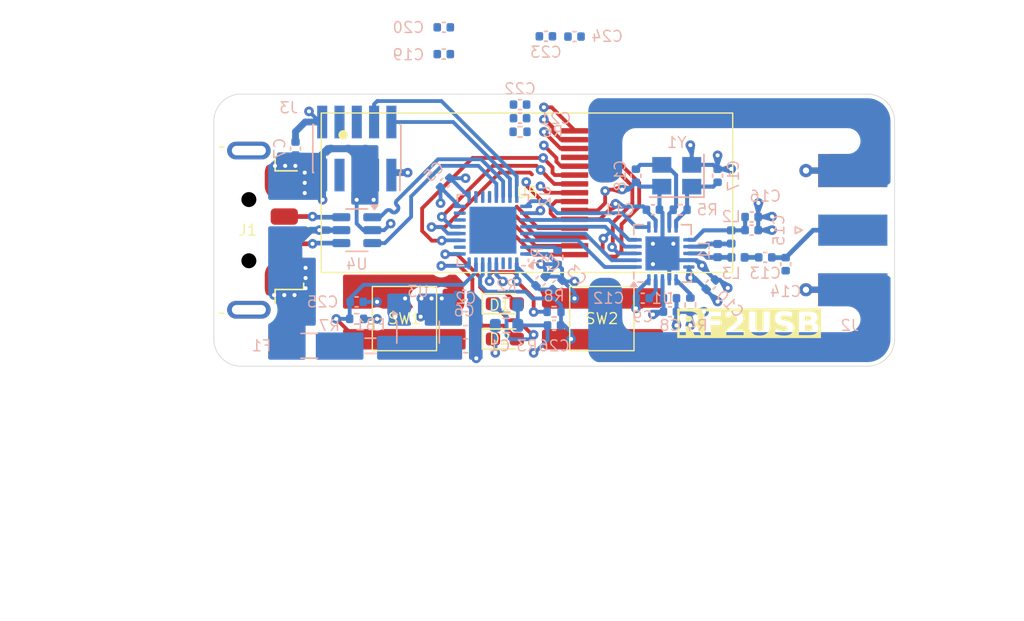
<source format=kicad_pcb>
(kicad_pcb (version 20241229) (generator "pcbnew") (generator_version "9.0")
  (layers (0 "F.Cu" signal) (4 "In1.Cu" signal) (6 "In2.Cu" signal) (2 "B.Cu" signal) (13 "F.Paste" user) (15 "B.Paste" user) (5 "F.SilkS" user "F.Silkscreen") (7 "B.SilkS" user "B.Silkscreen") (1 "F.Mask" user) (3 "B.Mask" user) (25 "Edge.Cuts" user))
  (net 0 "")
  (net 2 "/USB_A_D+")
  (net 3 "/USB_A_D-")
  (net 4 "/NRF_ANT")
  (net 5 "NRF_ANT1")
  (net 6 "Net-(U1-IREF)")
  (net 7 "NRF_VDD_PA")
  (net 8 "SPI3_~{CS}")
  (net 9 "NRF_XC1")
  (net 10 "NRF_XC2")
  (net 11 "NRF_ANT2")
  (net 12 "Net-(U1-DVDD)")
  (net 13 "OLED_DC")
  (net 14 "OLED_RES")
  (net 15 "OLED_CS")
  (net 17 "Net-(U5-VCOMH)")
  (net 19 "Net-(U5-C1N)")
  (net 22 "Net-(U5-VCC)")
  (net 23 "Net-(U5-C1P)")
  (net 24 "GND")
  (net 25 "+5V")
  (net 27 "/LED_RX")
  (net 28 "NRF_IRQ")
  (net 29 "+3V3")
  (net 30 "SWDIO")
  (net 31 "SPI3_MOSI")
  (net 32 "USB_D+")
  (net 33 "NRF_CE")
  (net 34 "SWCLK")
  (net 35 "Net-(U2-PH3)")
  (net 36 "/LED_TX")
  (net 38 "SPI3_MISO")
  (net 39 "SPI3_SCK")
  (net 40 "NRST")
  (net 42 "USB_D-")
  (net 43 "Net-(U3-VI)")
  (net 44 "Net-(U5-C2N)")
  (net 45 "Net-(U5-IREF)")
  (net 46 "Net-(U5-C2P)")
  (net 47 "BTN2_EXTI")
  (net 48 "BTN1_EXTI")
  (net 51 "Net-(C13-Pad1)")
  (net 52 "Net-(D1-K)")
  (net 53 "Net-(D2-K)")
  (net 54 "Net-(F1-Pad2)")
  (footprint "RF-to-USB:Display_Univision_UG-2832HSWEG04" (layer "F.Cu") (at 98.5 45.75)
    (property "Reference" "U5")
    (property "Value" "OLED Display")
  )
  (footprint "RF-to-USB:USB_A_Molex_48037-2200_Horizontal" (layer "F.Cu") (at 69.7 48.5 180)
    (property "Reference" "J1")
    (property "Value" "USB_A")
  )
  (footprint "RF-to-USB:Button_ESwitch_TL3305" (layer "F.Cu") (at 104 55)
    (property "Reference" "SW2")
    (property "Value" "BTN2")
  )
  (footprint "RF-to-USB:Button_ESwitch_TL3305" (layer "F.Cu") (at 89.5 55)
    (property "Reference" "SW1")
    (property "Value" "BTN1")
  )
  (footprint "LED_SMD:LED_0603_1608Metric_Pad1.05x0.95mm_HandSolder" (layer "F.Cu") (at 96.875 53.91)
    (property "Reference" "D1")
    (property "Value" "GR")
  )
  (footprint "LED_SMD:LED_0603_1608Metric_Pad1.05x0.95mm_HandSolder" (layer "F.Cu") (at 96.875 56.5)
    (property "Reference" "D2")
    (property "Value" "YE")
  )
  (footprint "Capacitor_SMD:C_0402_1005Metric" (layer "B.Cu") (at 107.75 47)
    (property "Reference" "C11")
    (property "Value" "10n")
  )
  (footprint "Inductor_SMD:L_0402_1005Metric" (layer "B.Cu") (at 114 50.5)
    (property "Reference" "L3")
    (property "Value" "3n9")
  )
  (footprint "Resistor_SMD:R_0603_1608Metric" (layer "B.Cu") (at 97 55.5 180)
    (property "Reference" "R3")
    (property "Value" "2k2")
  )
  (footprint "Package_TO_SOT_SMD:SOT-23-3" (layer "B.Cu") (at 90.5 56 -90)
    (property "Reference" "U3")
    (property "Value" "XC6206P332MR")
  )
  (footprint "Inductor_SMD:L_0402_1005Metric" (layer "B.Cu") (at 113.5 49 90)
    (property "Reference" "L2")
    (property "Value" "2n7")
  )
  (footprint "Capacitor_SMD:C_0402_1005Metric" (layer "B.Cu") (at 100.49 55.5 180)
    (property "Reference" "C26")
    (property "Value" "100n")
  )
  (footprint "Capacitor_SMD:C_0402_1005Metric" (layer "B.Cu") (at 109 54.5)
    (property "Reference" "C8")
    (property "Value" "10u")
  )
  (footprint "Resistor_SMD:R_0402_1005Metric" (layer "B.Cu") (at 100.75 50.5 90)
    (property "Reference" "R1")
    (property "Value" "10k")
  )
  (footprint "Connector_Coaxial:SMA_Molex_73251-1153_EdgeMount_Horizontal" (layer "B.Cu") (at 120.71 48.5 180)
    (property "Reference" "J2")
    (property "Value" "SMA-F")
  )
  (footprint "Capacitor_SMD:C_0402_1005Metric" (layer "B.Cu") (at 112.5 44.5 90)
    (property "Reference" "C17")
    (property "Value" "12p")
  )
  (footprint "Capacitor_SMD:C_0603_1608Metric" (layer "B.Cu") (at 94 55)
    (property "Reference" "C2")
    (property "Value" "10u")
  )
  (footprint "Capacitor_SMD:C_0402_1005Metric" (layer "B.Cu") (at 85.99 53.77)
    (property "Reference" "C25")
    (property "Value" "100n")
  )
  (footprint "Capacitor_SMD:C_0402_1005Metric" (layer "B.Cu") (at 99.5 52.25 45)
    (property "Reference" "C4")
    (property "Value" "100n")
  )
  (footprint "Crystal:Crystal_SMD_SeikoEpson_TSX3225-4Pin_3.2x2.5mm" (layer "B.Cu") (at 109.5 44.5 180)
    (property "Reference" "Y1")
    (property "Value" "16MHz")
  )
  (footprint "Capacitor_SMD:C_0402_1005Metric" (layer "B.Cu") (at 112 52.5 45)
    (property "Reference" "C10")
    (property "Value" "10n")
  )
  (footprint "Resistor_SMD:R_0402_1005Metric" (layer "B.Cu") (at 109.75 47 180)
    (property "Reference" "R5")
    (property "Value" "1M")
  )
  (footprint "Capacitor_SMD:C_0402_1005Metric" (layer "B.Cu") (at 93.89 53.27)
    (property "Reference" "C6")
    (property "Value" "100n")
  )
  (footprint "Capacitor_SMD:C_0402_1005Metric" (layer "B.Cu") (at 115 48.5)
    (property "Reference" "C15")
    (property "Value" "2n2")
  )
  (footprint "Capacitor_SMD:C_0402_1005Metric" (layer "B.Cu") (at 92.39 35.56)
    (property "Reference" "C19")
    (property "Value" "1u")
  )
  (footprint "Capacitor_SMD:C_0402_1005Metric" (layer "B.Cu") (at 92.49 45.02 -135)
    (property "Reference" "C5")
    (property "Value" "100n")
  )
  (footprint "Inductor_SMD:L_0402_1005Metric" (layer "B.Cu") (at 112.5 50 90)
    (property "Reference" "L1")
    (property "Value" "8n2")
  )
  (footprint "Inductor_SMD:L_0805_2012Metric" (layer "B.Cu") (at 87 57 180)
    (property "Reference" "FB1")
    (property "Value" "100 @ 100MHz")
  )
  (footprint "Capacitor_SMD:C_0402_1005Metric" (layer "B.Cu") (at 116 50.5)
    (property "Reference" "C13")
    (property "Value" "1p5")
  )
  (footprint "Capacitor_SMD:C_0402_1005Metric" (layer "B.Cu") (at 97.99 39.27 180)
    (property "Reference" "C22")
    (property "Value" "2u2")
  )
  (footprint "Package_DFN_QFN:QFN-20-1EP_4x4mm_P0.5mm_EP2.5x2.5mm" (layer "B.Cu") (at 108.4525 50.21)
    (property "Reference" "U1")
    (property "Value" "nRF24L01P")
  )
  (footprint "Resistor_SMD:R_0402_1005Metric" (layer "B.Cu") (at 85.99 55.02)
    (property "Reference" "R7")
    (property "Value" "4k7")
  )
  (footprint "Connector_PinHeader_1.27mm:PinHeader_2x05_P1.27mm_Vertical_SMD" (layer "B.Cu") (at 86 42.5 90)
    (property "Reference" "J3")
    (property "Value" "ARM SWD")
  )
  (footprint "Capacitor_SMD:C_0402_1005Metric" (layer "B.Cu") (at 115 47.53)
    (property "Reference" "C16")
    (property "Value" "4p7")
  )
  (footprint "Capacitor_SMD:C_0402_1005Metric" (layer "B.Cu") (at 107 53.5 180)
    (property "Reference" "C12")
    (property "Value" "33n")
  )
  (footprint "Resistor_SMD:R_0603_1608Metric" (layer "B.Cu") (at 97 54 180)
    (property "Reference" "R2")
    (property "Value" "2k2")
  )
  (footprint "Resistor_SMD:R_0402_1005Metric" (layer "B.Cu") (at 110.5 54 -90)
    (property "Reference" "R4")
    (property "Value" "22k")
  )
  (footprint "Capacitor_SMD:C_0402_1005Metric" (layer "B.Cu") (at 81.5 42.5 -90)
    (property "Reference" "C7")
    (property "Value" "100n")
  )
  (footprint "Capacitor_SMD:C_0402_1005Metric" (layer "B.Cu") (at 101.99 34.27)
    (property "Reference" "C24")
    (property "Value" "1u")
  )
  (footprint "Capacitor_SMD:C_0402_1005Metric" (layer "B.Cu") (at 99.89 34.25)
    (property "Reference" "C23")
    (property "Value" "1u")
  )
  (footprint "Package_DFN_QFN:QFN-32-1EP_5x5mm_P0.5mm_EP3.45x3.45mm" (layer "B.Cu") (at 96 48.5 90)
    (property "Reference" "U2")
    (property "Value" "STM32L432KBUx")
  )
  (footprint "Fuse:Fuse_1206_3216Metric" (layer "B.Cu") (at 82.5 57)
    (property "Reference" "F1")
    (property "Value" "100mA")
  )
  (footprint "Capacitor_SMD:C_0402_1005Metric" (layer "B.Cu") (at 106.5 44.5 -90)
    (property "Reference" "C18")
    (property "Value" "12p")
  )
  (footprint "Package_TO_SOT_SMD:SOT-23-6" (layer "B.Cu") (at 86 48.5 180)
    (property "Reference" "U4")
    (property "Value" "USBLC6-2SC6")
  )
  (footprint "Capacitor_SMD:C_0402_1005Metric" (layer "B.Cu") (at 117.5 51 -90)
    (property "Reference" "C14")
    (property "Value" "1p")
  )
  (footprint "Resistor_SMD:R_0402_1005Metric" (layer "B.Cu") (at 97.99 41.27)
    (property "Reference" "R6")
    (property "Value" "390k")
  )
  (footprint "Capacitor_SMD:C_0402_1005Metric" (layer "B.Cu") (at 92.39 33.59)
    (property "Reference" "C20")
    (property "Value" "1u")
  )
  (footprint "Resistor_SMD:R_0402_1005Metric" (layer "B.Cu") (at 100.49 54.5 180)
    (property "Reference" "R8")
    (property "Value" "4k7")
  )
  (footprint "Capacitor_SMD:C_0402_1005Metric" (layer "B.Cu") (at 100.74 52.52 45)
    (property "Reference" "C3")
    (property "Value" "1u")
  )
  (footprint "Capacitor_SMD:C_0402_1005Metric" (layer "B.Cu") (at 109 53.5)
    (property "Reference" "C9")
    (property "Value" "10n")
  )
  (footprint "Capacitor_SMD:C_0603_1608Metric" (layer "B.Cu") (at 94 57)
    (property "Reference" "C1")
    (property "Value" "10u")
  )
  (footprint "Capacitor_SMD:C_0402_1005Metric" (layer "B.Cu") (at 97.99 40.27 180)
    (property "Reference" "C21")
    (property "Value" "2u2")
  )
  (gr_line (start 77.5 38.5) (end 123.5 38.5) (stroke (width 0.05)) (layer "Edge.Cuts"))
  (gr_arc (start 123.5 38.5) (mid 124.914214 39.085786) (end 125.5 40.5) (stroke (width 0.05)) (layer "Edge.Cuts"))
  (gr_arc (start 125.5 56.5) (mid 124.914214 57.914214) (end 123.5 58.5) (stroke (width 0.05)) (layer "Edge.Cuts"))
  (gr_line (start 123.5 58.5) (end 77.5 58.5) (stroke (width 0.05)) (layer "Edge.Cuts"))
  (gr_arc (start 75.5 40.5) (mid 76.085786 39.085786) (end 77.5 38.5) (stroke (width 0.05)) (layer "Edge.Cuts"))
  (gr_arc (start 77.5 58.5) (mid 76.085802 57.914211) (end 75.5 56.5) (stroke (width 0.05)) (layer "Edge.Cuts"))
  (gr_line (start 125.5 40.5) (end 125.5 56.5) (stroke (width 0.05)) (layer "Edge.Cuts"))
  (gr_line (start 75.5 56.5) (end 75.5 40.5) (stroke (width 0.05)) (layer "Edge.Cuts"))
  (gr_text "RF2USB" (at 109.5 56.5 0) (layer "F.SilkS" knockout) (effects (font (size 1.7 1.7) (thickness 0.3) (bold yes)) (justify left bottom)))
  (segment (start 82.75 47.5) (end 80.675 47.5) (width 0.345) (layer "F.Cu") (net 2))
  (via (at 82.75 47.5) (size 0.7) (drill 0.3) (layers "F.Cu" "B.Cu") (net 2))
  (segment (start 82.8 47.55) (end 82.75 47.5) (width 0.345) (layer "B.Cu") (net 2))
  (segment (start 84.8625 47.55) (end 82.8 47.55) (width 0.345) (layer "B.Cu") (net 2))
  (segment (start 82.75 49.5) (end 80.675 49.5) (width 0.345) (layer "F.Cu") (net 3))
  (via (at 82.75 49.5) (size 0.7) (drill 0.3) (layers "F.Cu" "B.Cu") (net 3))
  (segment (start 84.8625 49.45) (end 82.8 49.45) (width 0.345) (layer "B.Cu") (net 3))
  (segment (start 82.8 49.45) (end 82.75 49.5) (width 0.345) (layer "B.Cu") (net 3))
  (segment (start 116.5 50.52) (end 116.48 50.5) (width 0.345) (layer "B.Cu") (net 4))
  (segment (start 117.5 50.52) (end 116.5 50.52) (width 0.345) (layer "B.Cu") (net 4))
  (segment (start 119.52 48.5) (end 117.5 50.52) (width 0.345) (layer "B.Cu") (net 4))
  (segment (start 122.43 48.5) (end 119.52 48.5) (width 0.345) (layer "B.Cu") (net 4))
  (segment (start 111.75 49.515) (end 111.5785 49.6865) (width 0.345) (layer "B.Cu") (net 5))
  (segment (start 112.5 49.515) (end 113.47 49.515) (width 0.345) (layer "B.Cu") (net 5))
  (segment (start 112.5 49.515) (end 111.75 49.515) (width 0.345) (layer "B.Cu") (net 5))
  (segment (start 111.25 49.71) (end 110.39 49.71) (width 0.3) (layer "B.Cu") (net 5))
  (segment (start 113.47 49.515) (end 113.5 49.485) (width 0.345) (layer "B.Cu") (net 5))
  (segment (start 111.5785 49.6865) (end 111.25 49.6865) (width 0.345) (layer "B.Cu") (net 5))
  (segment (start 110.5 53.49) (end 110.5 53.195) (width 0.3) (layer "B.Cu") (net 6))
  (segment (start 110.5 53.195) (end 109.4525 52.1475) (width 0.3) (layer "B.Cu") (net 6))
  (segment (start 113.5 48.515) (end 111.485 48.515) (width 0.3) (layer "B.Cu") (net 7))
  (segment (start 111.485 48.515) (end 110.79 49.21) (width 0.3) (layer "B.Cu") (net 7))
  (segment (start 114.52 47.53) (end 114.52 48.5) (width 0.3) (layer "B.Cu") (net 7))
  (segment (start 113.5 48.515) (end 114.505 48.515) (width 0.3) (layer "B.Cu") (net 7))
  (segment (start 110.79 49.21) (end 110.39 49.21) (width 0.3) (layer "B.Cu") (net 7))
  (segment (start 114.505 48.515) (end 114.52 48.5) (width 0.3) (layer "B.Cu") (net 7))
  (segment (start 99.498 48.749) (end 98.4375 48.749) (width 0.28) (layer "B.Cu") (net 8))
  (segment (start 104.732778 50.71) (end 102.773778 48.751) (width 0.28) (layer "B.Cu") (net 8))
  (segment (start 102.773778 48.751) (end 99.5 48.751) (width 0.28) (layer "B.Cu") (net 8))
  (segment (start 106.515 50.71) (end 104.732778 50.71) (width 0.28) (layer "B.Cu") (net 8))
  (segment (start 99.5 48.751) (end 99.498 48.749) (width 0.28) (layer "B.Cu") (net 8))
  (segment (start 110.26 45.64) (end 110.6 45.3) (width 0.3) (layer "B.Cu") (net 9))
  (segment (start 109.4525 47.8075) (end 110.26 47) (width 0.3) (layer "B.Cu") (net 9))
  (segment (start 110.6 45.3) (end 112.18 45.3) (width 0.3) (layer "B.Cu") (net 9))
  (segment (start 109.4525 48.2725) (end 109.4525 47.8075) (width 0.3) (layer "B.Cu") (net 9))
  (segment (start 112.18 45.3) (end 112.5 44.98) (width 0.3) (layer "B.Cu") (net 9))
  (segment (start 110.26 47) (end 110.26 45.64) (width 0.3) (layer "B.Cu") (net 9))
  (segment (start 109.451 46.789) (end 109.451 44.451) (width 0.3) (layer "B.Cu") (net 10))
  (segment (start 108.7 43.7) (end 108.4 43.7) (width 0.3) (layer "B.Cu") (net 10))
  (segment (start 108.4 43.7) (end 106.82 43.7) (width 0.3) (layer "B.Cu") (net 10))
  (segment (start 106.82 43.7) (end 106.5 44.02) (width 0.3) (layer "B.Cu") (net 10))
  (segment (start 109.24 47) (end 109.451 46.789) (width 0.3) (layer "B.Cu") (net 10))
  (segment (start 108.9525 48.2725) (end 108.9525 47.2875) (width 0.3) (layer "B.Cu") (net 10))
  (segment (start 108.9525 47.2875) (end 109.24 47) (width 0.3) (layer "B.Cu") (net 10))
  (segment (start 109.451 44.451) (end 108.7 43.7) (width 0.3) (layer "B.Cu") (net 10))
  (segment (start 113.515 50.5) (end 112.515 50.5) (width 0.345) (layer "B.Cu") (net 11))
  (segment (start 110.39 50.21) (end 111.25 50.21) (width 0.3) (layer "B.Cu") (net 11))
  (segment (start 112.515 50.5) (end 112.5 50.485) (width 0.345) (layer "B.Cu") (net 11))
  (segment (start 112.485 50.5) (end 112.5 50.485) (width 0.345) (layer "B.Cu") (net 11))
  (segment (start 111.75 50.5) (end 111.4835 50.2335) (width 0.345) (layer "B.Cu") (net 11))
  (segment (start 111.75 50.5) (end 112.485 50.5) (width 0.345) (layer "B.Cu") (net 11))
  (segment (start 111.4835 50.2335) (end 111.25 50.2335) (width 0.345) (layer "B.Cu") (net 11))
  (segment (start 107.9525 52.1475) (end 107.9525 53.0275) (width 0.3) (layer "B.Cu") (net 12))
  (segment (start 107.9525 53.0275) (end 107.48 53.5) (width 0.3) (layer "B.Cu") (net 12))
  (segment (start 91.512778 49.27) (end 90.799 48.556222) (width 0.28) (layer "F.Cu") (net 13))
  (segment (start 90.799 48.556222) (end 90.799 46.894367) (width 0.28) (layer "F.Cu") (net 13))
  (segment (start 100.375126 44.287904) (end 100.537222 44.45) (width 0.28) (layer "F.Cu") (net 13))
  (segment (start 100.537222 44.45) (end 102 44.45) (width 0.28) (layer "F.Cu") (net 13))
  (segment (start 92.24 49.27) (end 91.512778 49.27) (width 0.28) (layer "F.Cu") (net 13))
  (segment (start 90.799 46.894367) (end 94.501853 43.191514) (width 0.28) (layer "F.Cu") (net 13))
  (segment (start 94.501853 43.191514) (end 99.685706 43.191514) (width 0.28) (layer "F.Cu") (net 13))
  (segment (start 99.685706 43.191514) (end 100.375126 43.880934) (width 0.28) (layer "F.Cu") (net 13))
  (segment (start 100.375126 43.880934) (end 100.375126 44.287904) (width 0.28) (layer "F.Cu") (net 13))
  (via (at 92.24 49.27) (size 0.7) (drill 0.3) (layers "F.Cu" "B.Cu") (net 13))
  (via (at 99.685706 43.191514) (size 0.7) (drill 0.3) (layers "F.Cu" "B.Cu") (net 13))
  (segment (start 92.26 49.25) (end 92.24 49.27) (width 0.28) (layer "B.Cu") (net 13))
  (segment (start 93.5625 49.25) (end 92.26 49.25) (width 0.28) (layer "B.Cu") (net 13))
  (segment (start 99.894126 44.48714) (end 100.506986 45.1) (width 0.28) (layer "F.Cu") (net 14))
  (segment (start 100.506986 45.1) (end 102 45.1) (width 0.28) (layer "F.Cu") (net 14))
  (segment (start 99.196278 43.77) (end 95.99 43.77) (width 0.28) (layer "F.Cu") (net 14))
  (segment (start 99.894126 44.467848) (end 99.894126 44.48714) (width 0.28) (layer "F.Cu") (net 14))
  (segment (start 99.498003 44.071725) (end 99.196278 43.77) (width 0.28) (layer "F.Cu") (net 14))
  (segment (start 99.498003 44.071725) (end 99.894126 44.467848) (width 0.28) (layer "F.Cu") (net 14))
  (segment (start 95.99 43.77) (end 92.24 47.52) (width 0.28) (layer "F.Cu") (net 14))
  (via (at 92.24 47.52) (size 0.7) (drill 0.3) (layers "F.Cu" "B.Cu") (net 14))
  (via (at 99.498003 44.071725) (size 0.7) (drill 0.3) (layers "F.Cu" "B.Cu") (net 14))
  (segment (start 93.5625 48.25) (end 92.97 48.25) (width 0.28) (layer "B.Cu") (net 14))
  (segment (start 92.97 48.25) (end 92.24 47.52) (width 0.28) (layer "B.Cu") (net 14))
  (segment (start 96.492164 44.267836) (end 98.726222 44.267836) (width 0.28) (layer "F.Cu") (net 15))
  (segment (start 98.726222 44.267836) (end 98.859193 44.400807) (width 0.28) (layer "F.Cu") (net 15))
  (segment (start 91.49 48.27) (end 92.49 48.27) (width 0.28) (layer "F.Cu") (net 15))
  (segment (start 102 45.75) (end 99.97 45.75) (width 0.28) (layer "F.Cu") (net 15))
  (segment (start 92.49 48.27) (end 96.492164 44.267836) (width 0.28) (layer "F.Cu") (net 15))
  (segment (start 99.97 45.75) (end 99.49 45.27) (width 0.28) (layer "F.Cu") (net 15))
  (via (at 91.49 48.27) (size 0.7) (drill 0.3) (layers "F.Cu" "B.Cu") (net 15))
  (via (at 99.49 45.27) (size 0.7) (drill 0.3) (layers "F.Cu" "B.Cu") (net 15))
  (segment (start 92.217222 48.27) (end 92.697222 48.75) (width 0.28) (layer "B.Cu") (net 15))
  (segment (start 92.697222 48.75) (end 93.5625 48.75) (width 0.28) (layer "B.Cu") (net 15))
  (segment (start 91.49 48.27) (end 92.217222 48.27) (width 0.28) (layer "B.Cu") (net 15))
  (segment (start 99.817219 40.369997) (end 100.431 40.983778) (width 0.28) (layer "F.Cu") (net 17))
  (segment (start 101.00124 41.85) (end 102 41.85) (width 0.28) (layer "F.Cu") (net 17))
  (segment (start 100.431 41.27976) (end 101.00124 41.85) (width 0.28) (layer "F.Cu") (net 17))
  (segment (start 99.74 40.369997) (end 99.817219 40.369997) (width 0.28) (layer "F.Cu") (net 17))
  (segment (start 100.431 40.983778) (end 100.431 41.27976) (width 0.28) (layer "F.Cu") (net 17))
  (via (at 99.74 40.369997) (size 0.7) (drill 0.3) (layers "F.Cu" "B.Cu") (net 17))
  (segment (start 99.32 48.35) (end 97.74 46.77) (width 0.28) (layer "F.Cu") (net 19))
  (segment (start 102 48.35) (end 99.32 48.35) (width 0.28) (layer "F.Cu") (net 19))
  (segment (start 102 41.16) (end 102 41.2) (width 0.28) (layer "F.Cu") (net 22))
  (segment (start 99.74 39.469994) (end 100.309994 39.469994) (width 0.28) (layer "F.Cu") (net 22))
  (segment (start 100.309994 39.469994) (end 102 41.16) (width 0.28) (layer "F.Cu") (net 22))
  (via (at 99.74 39.469994) (size 0.7) (drill 0.3) (layers "F.Cu" "B.Cu") (net 22))
  (segment (start 102 49) (end 99.22 49) (width 0.28) (layer "F.Cu") (net 23))
  (segment (start 99.22 49) (end 97.49 47.27) (width 0.28) (layer "F.Cu") (net 23))
  (segment (start 82.155 45) (end 82.175 45.02) (width 0.5) (layer "F.Cu") (net 24))
  (segment (start 80.675 45) (end 80.675 43.835) (width 0.5) (layer "F.Cu") (net 24))
  (segment (start 105.49 45.52) (end 104.339997 45.52) (width 0.28) (layer "F.Cu") (net 24))
  (segment (start 80.675 45) (end 81.445 45) (width 0.5) (layer "F.Cu") (net 24))
  (segment (start 80.675 44.585) (end 81.49 43.77) (width 0.5) (layer "F.Cu") (net 24))
  (segment (start 80.675 45) (end 80.675 44.455) (width 0.5) (layer "F.Cu") (net 24))
  (segment (start 103.699 47.05) (end 104.24 46.509) (width 0.28) (layer "F.Cu") (net 24))
  (segment (start 80.675 44.455) (end 79.99 43.77) (width 0.5) (layer "F.Cu") (net 24))
  (segment (start 81.445 45) (end 82.175 44.27) (width 0.5) (layer "F.Cu") (net 24))
  (segment (start 80.675 43.835) (end 80.74 43.77) (width 0.5) (layer "F.Cu") (net 24))
  (segment (start 102 47.05) (end 103.699 47.05) (width 0.28) (layer "F.Cu") (net 24))
  (segment (start 104.24 46.509) (end 104.24 45.619997) (width 0.28) (layer "F.Cu") (net 24))
  (segment (start 80.675 45) (end 80.675 44.585) (width 0.5) (layer "F.Cu") (net 24))
  (segment (start 80.675 45) (end 82.155 45) (width 0.5) (layer "F.Cu") (net 24))
  (segment (start 80.675 45) (end 81.405 45) (width 0.5) (layer "F.Cu") (net 24))
  (segment (start 81.405 45) (end 82.175 45.77) (width 0.5) (layer "F.Cu") (net 24))
  (segment (start 104.339997 45.52) (end 104.24 45.619997) (width 0.28) (layer "F.Cu") (net 24))
  (via (at 106.5 54.25) (size 0.7) (drill 0.3) (layers "F.Cu" "B.Cu") (net 24))
  (via (at 109.25 49.5) (size 0.7) (drill 0.3) (layers "F.Cu" "B.Cu") (net 24))
  (via (at 83.49 46.27) (size 0.7) (drill 0.3) (layers "F.Cu" "B.Cu") (net 24))
  (via (at 107.75 49.5) (size 0.7) (drill 0.3) (layers "F.Cu" "B.Cu") (net 24))
  (via (at 110.5 55.5) (size 0.7) (drill 0.3) (layers "F.Cu" "B.Cu") (net 24))
  (via (at 101.99 52.27) (size 0.7) (drill 0.3) (layers "F.Cu" "B.Cu") (net 24))
  (via (at 112.5 43) (size 0.7) (drill 0.3) (layers "F.Cu" "B.Cu") (net 24))
  (via (at 113.25 52.75) (size 0.7) (drill 0.3) (layers "F.Cu" "B.Cu") (net 24))
  (via (at 110.5 42.25) (size 0.7) (drill 0.3) (layers "F.Cu" "B.Cu") (net 24))
  (via (at 111.5 54.5) (size 0.7) (drill 0.3) (layers "F.Cu" "B.Cu") (net 24))
  (via (at 82.175 45.77) (size 0.7) (drill 0.3) (layers "F.Cu" "B.Cu") (net 24))
  (via (at 105.49 45.52) (size 0.7) (drill 0.3) (layers "F.Cu" "B.Cu") (net 24))
  (via (at 85.99 46.27) (size 0.7) (drill 0.3) (layers "F.Cu" "B.Cu") (net 24))
  (via (at 111.351119 51.102413) (size 0.7) (drill 0.3) (layers "F.Cu" "B.Cu") (net 24))
  (via (at 116.5 48.5) (size 0.7) (drill 0.3) (layers "F.Cu" "B.Cu") (net 24))
  (via (at 88.49 48.02) (size 0.7) (drill 0.3) (layers "F.Cu" "B.Cu") (net 24))
  (via (at 88.8325 54.8625) (size 0.7) (drill 0.3) (layers "F.Cu" "B.Cu") (net 24))
  (via (at 87.49 53.77) (size 0.7) (drill 0.3) (layers "F.Cu" "B.Cu") (net 24))
  (via (at 80.74 43.77) (size 0.7) (drill 0.3) (layers "F.Cu" "B.Cu") (net 24))
  (via (at 116.5 47.5) (size 0.7) (drill 0.3) (layers "F.Cu" "B.Cu") (net 24))
  (via (at 99.5213 50.997108) (size 0.7) (drill 0.3) (layers "F.Cu" "B.Cu") (net 24))
  (via (at 92.150589 46.52) (size 0.7) (drill 0.3) (layers "F.Cu" "B.Cu") (net 24))
  (via (at 89.55 53.52) (size 0.7) (drill 0.3) (layers "F.Cu" "B.Cu") (net 24))
  (via (at 107.75 51) (size 0.7) (drill 0.3) (layers "F.Cu" "B.Cu") (net 24))
  (via (at 87.24 46.27) (size 0.7) (drill 0.3) (layers "F.Cu" "B.Cu") (net 24))
  (via (at 98.99 57.52) (size 0.7) (drill 0.3) (layers "F.Cu" "B.Cu") (net 24))
  (via (at 109.48 55.5) (size 0.7) (drill 0.3) (layers "F.Cu" "B.Cu") (net 24))
  (via (at 115.5 46.5) (size 0.7) (drill 0.3) (layers "F.Cu" "B.Cu") (net 24))
  (via (at 82.175 45.02) (size 0.7) (drill 0.3) (layers "F.Cu" "B.Cu") (net 24))
  (via (at 79.99 43.77) (size 0.7) (drill 0.3) (layers "F.Cu" "B.Cu") (net 24))
  (via (at 104.24 45.619997) (size 0.7) (drill 0.3) (layers "F.Cu" "B.Cu") (net 24))
  (via (at 113.5 44) (size 0.7) (drill 0.3) (layers "F.Cu" "B.Cu") (net 24))
  (via (at 94.775 57.92) (size 0.7) (drill 0.3) (layers "F.Cu" "B.Cu") (net 24))
  (via (at 81.49 43.77) (size 0.7) (drill 0.3) (layers "F.Cu" "B.Cu") (net 24))
  (via (at 101.99 53.52) (size 0.7) (drill 0.3) (layers "F.Cu" "B.Cu") (net 24))
  (via (at 82.175 44.27) (size 0.7) (drill 0.3) (layers "F.Cu" "B.Cu") (net 24))
  (segment (start 83.46 42.975) (end 83.46 44.45) (width 0.5) (layer "B.Cu") (net 24))
  (segment (start 85.581 42.52) (end 83.915 42.52) (width 0.5) (layer "B.Cu") (net 24))
  (segment (start 92.150589 45.359411) (end 92.150589 46.52) (width 0.28) (layer "B.Cu") (net 24))
  (segment (start 101.079411 51.339411) (end 100.75 51.01) (width 0.28) (layer "B.Cu") (net 24))
  (segment (start 87.1375 48.5) (end 88.01 48.5) (width 0.28) (layer "B.Cu") (net 24))
  (segment (start 109.48 53.5) (end 109.48 54.5) (width 0.3) (layer "B.Cu") (net 24))
  (segment (start 82.355 44.45) (end 82.175 44.27) (width 0.5) (layer "B.Cu") (net 24))
  (segment (start 83.46 46.24) (end 83.49 46.27) (width 0.28) (layer "B.Cu") (net 24))
  (segment (start 87.09 42.52) (end 85.581 42.52) (width 0.5) (layer "B.Cu") (net 24))
  (segment (start 101.99 53.52) (end 101.99 53.091178) (width 0.28) (layer "B.Cu") (net 24))
  (segment (start 99.839411 51.315219) (end 99.524192 51) (width 0.28) (layer "B.Cu") (net 24))
  (segment (start 87.49 53.77) (end 86.47 53.77) (width 0.28) (layer "B.Cu") (net 24))
  (segment (start 111.351119 51.102413) (end 111.351119 51.172297) (width 0.3) (layer "B.Cu") (net 24))
  (segment (start 83.46 44.45) (end 83.46 46.24) (width 0.28) (layer "B.Cu") (net 24))
  (segment (start 115.48 47.53) (end 115.48 48.5) (width 0.3) (layer "B.Cu") (net 24))
  (segment (start 106.52 53.5) (end 106.52 53.08) (width 0.3) (layer "B.Cu") (net 24))
  (segment (start 112.5 44.02) (end 112.5 43) (width 0.3) (layer "B.Cu") (net 24))
  (segment (start 108.4525 48.2725) (end 108.4525 50.21) (width 0.3) (layer "B.Cu") (net 24))
  (segment (start 98.4375 50.25) (end 99.99 50.25) (width 0.28) (layer "B.Cu") (net 24))
  (segment (start 115.48 47.53) (end 116.47 47.53) (width 0.3) (layer "B.Cu") (net 24))
  (segment (start 100.75 51.01) (end 100.74 51.01) (width 0.28) (layer "B.Cu") (net 24))
  (segment (start 94.775 57) (end 94.775 57.92) (width 0.5) (layer "B.Cu") (net 24))
  (segment (start 108.4 45.3) (end 106.82 45.3) (width 0.3) (layer "B.Cu") (net 24))
  (segment (start 115.48 48.5) (end 116.5 48.5) (width 0.3) (layer "B.Cu") (net 24))
  (segment (start 106.52 54.23) (end 106.5 54.25) (width 0.3) (layer "B.Cu") (net 24))
  (segment (start 87.27 42.7) (end 87.09 42.52) (width 0.5) (layer "B.Cu") (net 24))
  (segment (start 109.48 55.48) (end 109.48 54.5) (width 0.3) (layer "B.Cu") (net 24))
  (segment (start 97.825 54) (end 97.825 55.5) (width 0.28) (layer "B.Cu") (net 24))
  (segment (start 100.01 55.5) (end 97.825 55.5) (width 0.28) (layer "B.Cu") (net 24))
  (segment (start 110.6 43.7) (end 112.18 43.7) (width 0.3) (layer "B.Cu") (net 24))
  (segment (start 108.23 45.47) (end 108.4 45.3) (width 0.3) (layer "B.Cu") (net 24))
  (segment (start 110.6 43.7) (end 110.6 42.35) (width 0.3) (layer "B.Cu") (net 24))
  (segment (start 108.9525 52.1475) (end 108.9525 50.71) (width 0.3) (layer "B.Cu") (net 24))
  (segment (start 87.1375 48.5) (end 86.475001 48.5) (width 0.28) (layer "B.Cu") (net 24))
  (segment (start 112.5 44.02) (end 113.48 44.02) (width 0.3) (layer "B.Cu") (net 24))
  (segment (start 101.99 52.27) (end 101.168822 52.27) (width 0.28) (layer "B.Cu") (net 24))
  (segment (start 87.27 44.45) (end 87.27 42.7) (width 0.5) (layer "B.Cu") (net 24))
  (segment (start 101.079411 52.180589) (end 100.809411 51.910589) (width 0.28) (layer "B.Cu") (net 24))
  (segment (start 108.4525 47.2225) (end 108.23 47) (width 0.3) (layer "B.Cu") (net 24))
  (segment (start 94.775 53.675) (end 94.37 53.27) (width 0.5) (layer "B.Cu") (net 24))
  (segment (start 111.49 54.51) (end 111.5 54.5) (width 0.3) (layer "B.Cu") (net 24))
  (segment (start 108.4525 48.2725) (end 108.4525 47.2225) (width 0.3) (layer "B.Cu") (net 24))
  (segment (start 112.660589 52.160589) (end 113.25 52.75) (width 0.3) (layer "B.Cu") (net 24))
  (segment (start 108.4525 50.2025) (end 107.75 49.5) (width 0.3) (layer "B.Cu") (net 24))
  (segment (start 86 44.45) (end 86 46.26) (width 0.28) (layer "B.Cu") (net 24))
  (segment (start 86.475001 48.5) (end 85.99 48.014999) (width 0.28) (layer "B.Cu") (net 24))
  (segment (start 115.48 46.52) (end 115.5 46.5) (width 0.3) (layer "B.Cu") (net 24))
  (segment (start 100.01 56.568856) (end 100.01 55.5) (width 0.28) (layer "B.Cu") (net 24))
  (segment (start 109.5 55.5) (end 109.48 55.48) (width 0.3) (layer "B.Cu") (net 24))
  (segment (start 94.775 55) (end 94.775 53.675) (width 0.5) (layer "B.Cu") (net 24))
  (segment (start 89.55 53.52) (end 89.55 54.8625) (width 0.5) (layer "B.Cu") (net 24))
  (segment (start 101.079411 52.180589) (end 101.079411 51.339411) (width 0.28) (layer "B.Cu") (net 24))
  (segment (start 106.82 45.3) (end 106.5 44.98) (width 0.3) (layer "B.Cu") (net 24))
  (segment (start 83.915 42.52) (end 83.46 42.975) (width 0.5) (layer "B.Cu") (net 24))
  (segment (start 100.737108 50.997108) (end 100.75 51.01) (width 0.28) (layer "B.Cu") (net 24))
  (segment (start 108.4 45.3) (end 107.95 45.3) (width 0.3) (layer "B.Cu") (net 24))
  (segment (start 87.27 46.24) (end 87.24 46.27) (width 0.28) (layer "B.Cu") (net 24))
  (segment (start 116.47 47.53) (end 116.5 47.5) (width 0.3) (layer "B.Cu") (net 24))
  (segment (start 81.5 43.76) (end 81.49 43.77) (width 0.5) (layer "B.Cu") (net 24))
  (segment (start 79.99 43.77) (end 81.49 43.77) (width 0.5) (layer "B.Cu") (net 24))
  (segment (start 112.18 43.7) (end 112.5 44.02) (width 0.3) (layer "B.Cu") (net 24))
  (segment (start 111.351119 51.172297) (end 112.339411 52.160589) (width 0.3) (layer "B.Cu") (net 24))
  (segment (start 93.5625 46.75) (end 93.541178 46.75) (width 0.28) (layer "B.Cu") (net 24))
  (segment (start 110.5 54.51) (end 110.5 55.5) (width 0.3) (layer "B.Cu") (net 24))
  (segment (start 108.4525 50.2975) (end 107.75 51) (width 0.3) (layer "B.Cu") (net 24))
  (segment (start 81.5 42.98) (end 81.5 43.76) (width 0.5) (layer "B.Cu") (net 24))
  (segment (start 106.52 53.08) (end 107.4525 52.1475) (width 0.3) (layer "B.Cu") (net 24))
  (segment (start 86 42.939) (end 85.581 42.52) (width 0.5) (layer "B.Cu") (net 24))
  (segment (start 86 44.45) (end 86 42.939) (width 0.5) (layer "B.Cu") (net 24))
  (segment (start 113.48 44.02) (end 113.5 44) (width 0.3) (layer "B.Cu") (net 24))
  (segment (start 110.5 54.51) (end 109.49 54.51) (width 0.3) (layer "B.Cu") (net 24))
  (segment (start 88.01 48.5) (end 88.49 48.02) (width 0.28) (layer "B.Cu") (net 24))
  (segment (start 110.39 50.71) (end 108.9525 50.71) (width 0.3) (layer "B.Cu") (net 24))
  (segment (start 82.175 44.27) (end 82.175 45.77) (width 0.5) (layer "B.Cu") (net 24))
  (segment (start 99.99 50.25) (end 100.75 51.01) (width 0.28) (layer "B.Cu") (net 24))
  (segment (start 109.49 54.51) (end 109.48 54.5) (width 0.3) (layer "B.Cu") (net 24))
  (segment (start 100.809411 51.910589) (end 99.839411 51.910589) (width 0.28) (layer "B.Cu") (net 24))
  (segment (start 88.8325 54.8625) (end 89.55 54.8625) (width 0.5) (layer "B.Cu") (net 24))
  (segment (start 93.541178 46.75) (end 92.150589 45.359411) (width 0.28) (layer "B.Cu") (net 24))
  (segment (start 87.27 44.45) (end 87.27 46.24) (width 0.28) (layer "B.Cu") (net 24))
  (segment (start 110.958706 50.71) (end 110.39 50.71) (width 0.3) (layer "B.Cu") (net 24))
  (segment (start 101.99 53.091178) (end 101.079411 52.180589) (width 0.28) (layer "B.Cu") (net 24))
  (segment (start 110.6 42.35) (end 110.5 42.25) (width 0.3) (layer "B.Cu") (net 24))
  (segment (start 108.54 50.21) (end 109.25 49.5) (width 0.3) (layer "B.Cu") (net 24))
  (segment (start 83.46 44.45) (end 82.355 44.45) (width 0.5) (layer "B.Cu") (net 24))
  (segment (start 99.058856 57.52) (end 100.01 56.568856) (width 0.28) (layer "B.Cu") (net 24))
  (segment (start 87.27 44.45) (end 86 44.45) (width 0.5) (layer "B.Cu") (net 24))
  (segment (start 99.839411 51.910589) (end 99.839411 51.315219) (width 0.28) (layer "B.Cu") (net 24))
  (segment (start 86 46.26) (end 85.99 46.27) (width 0.28) (layer "B.Cu") (net 24))
  (segment (start 108.4525 50.21) (end 108.4525 50.2975) (width 0.3) (layer "B.Cu") (net 24))
  (segment (start 108.4525 50.21) (end 108.4525 50.2025) (width 0.3) (layer "B.Cu") (net 24))
  (segment (start 108.9525 50.71) (end 108.4525 50.21) (width 0.3) (layer "B.Cu") (net 24))
  (segment (start 99.5213 50.997108) (end 100.737108 50.997108) (width 0.28) (layer "B.Cu") (net 24))
  (segment (start 94.775 55) (end 94.775 57) (width 0.5) (layer "B.Cu") (net 24))
  (segment (start 105.96 45.52) (end 106.5 44.98) (width 0.3) (layer "B.Cu") (net 24))
  (segment (start 110.5 54.51) (end 111.49 54.51) (width 0.3) (layer "B.Cu") (net 24))
  (segment (start 115.48 47.53) (end 115.48 46.52) (width 0.3) (layer "B.Cu") (net 24))
  (segment (start 106.52 53.5) (end 106.52 54.23) (width 0.3) (layer "B.Cu") (net 24))
  (segment (start 85.99 48.014999) (end 85.99 46.27) (width 0.28) (layer "B.Cu") (net 24))
  (segment (start 105.49 45.52) (end 105.96 45.52) (width 0.3) (layer "B.Cu") (net 24))
  (segment (start 108.4525 50.21) (end 108.54 50.21) (width 0.3) (layer "B.Cu") (net 24))
  (segment (start 111.351119 51.102413) (end 110.958706 50.71) (width 0.3) (layer "B.Cu") (net 24))
  (segment (start 112.339411 52.160589) (end 112.660589 52.160589) (width 0.3) (layer "B.Cu") (net 24))
  (segment (start 108.23 47) (end 108.23 45.47) (width 0.3) (layer "B.Cu") (net 24))
  (segment (start 100.74 51.01) (end 99.839411 51.910589) (width 0.28) (layer "B.Cu") (net 24))
  (segment (start 101.168822 52.27) (end 101.079411 52.180589) (width 0.28) (layer "B.Cu") (net 24))
  (segment (start 81.405 51.27) (end 80.675 52) (width 0.5) (layer "F.Cu") (net 25))
  (segment (start 81.445 52.77) (end 80.675 52) (width 0.5) (layer "F.Cu") (net 25))
  (segment (start 80.695 52.02) (end 80.675 52) (width 0.5) (layer "F.Cu") (net 25))
  (segment (start 80.675 53.27) (end 80.675 52) (width 0.5) (layer "F.Cu") (net 25))
  (segment (start 82.24 52.77) (end 81.445 52.77) (width 0.5) (layer "F.Cu") (net 25))
  (segment (start 81.425 52.75) (end 80.675 52) (width 0.5) (layer "F.Cu") (net 25))
  (segment (start 82.24 52.02) (end 80.695 52.02) (width 0.5) (layer "F.Cu") (net 25))
  (segment (start 79.925 52.75) (end 80.675 52) (width 0.5) (layer "F.Cu") (net 25))
  (segment (start 82.24 51.27) (end 81.405 51.27) (width 0.5) (layer "F.Cu") (net 25))
  (segment (start 81.425 53.27) (end 81.425 52.75) (width 0.5) (layer "F.Cu") (net 25))
  (segment (start 79.925 53.27) (end 79.925 52.75) (width 0.5) (layer "F.Cu") (net 25))
  (via (at 82.24 52.77) (size 0.7) (drill 0.3) (layers "F.Cu" "B.Cu") (net 25))
  (via (at 83.25 48.5) (size 0.7) (drill 0.3) (layers "F.Cu" "B.Cu") (net 25))
  (via (at 81.425 53.27) (size 0.7) (drill 0.3) (layers "F.Cu" "B.Cu") (net 25))
  (via (at 82.24 52.02) (size 0.7) (drill 0.3) (layers "F.Cu" "B.Cu") (net 25))
  (via (at 80.675 53.27) (size 0.7) (drill 0.3) (layers "F.Cu" "B.Cu") (net 25))
  (via (at 79.925 53.27) (size 0.7) (drill 0.3) (layers "F.Cu" "B.Cu") (net 25))
  (via (at 82.24 51.27) (size 0.7) (drill 0.3) (layers "F.Cu" "B.Cu") (net 25))
  (segment (start 84.8625 48.5) (end 83.25 48.5) (width 0.345) (layer "B.Cu") (net 25))
  (segment (start 81.74 49.377214) (end 81.74 51.52) (width 0.5) (layer "B.Cu") (net 25))
  (segment (start 83.25 48.5) (end 82.617214 48.5) (width 0.5) (layer "B.Cu") (net 25))
  (segment (start 81.74 51.52) (end 82.24 52.02) (width 0.5) (layer "B.Cu") (net 25))
  (segment (start 82.617214 48.5) (end 81.74 49.377214) (width 0.5) (layer "B.Cu") (net 25))
  (segment (start 95.466296 53.094) (end 96.934 53.094) (width 0.28) (layer "F.Cu") (net 27))
  (segment (start 93.361297 50.27) (end 95.059 51.967703) (width 0.28) (layer "F.Cu") (net 27))
  (segment (start 92.49 50.27) (end 93.361297 50.27) (width 0.28) (layer "F.Cu") (net 27))
  (segment (start 96.934 53.094) (end 97.75 53.91) (width 0.28) (layer "F.Cu") (net 27))
  (segment (start 95.059 51.967703) (end 95.059 52.686704) (width 0.28) (layer "F.Cu") (net 27))
  (segment (start 95.059 52.686704) (end 95.466296 53.094) (width 0.28) (layer "F.Cu") (net 27))
  (via (at 92.49 50.27) (size 0.7) (drill 0.3) (layers "F.Cu" "B.Cu") (net 27))
  (segment (start 92.51 50.25) (end 93.5625 50.25) (width 0.28) (layer "B.Cu") (net 27))
  (segment (start 92.49 50.27) (end 92.51 50.25) (width 0.28) (layer "B.Cu") (net 27))
  (segment (start 98.8185 46.369) (end 98.4375 46.75) (width 0.28) (layer "B.Cu") (net 28))
  (segment (start 105.5 47.25) (end 100.72 47.25) (width 0.28) (layer "B.Cu") (net 28))
  (segment (start 107.4525 48.2725) (end 106.5225 48.2725) (width 0.28) (layer "B.Cu") (net 28))
  (segment (start 99.839 46.369) (end 98.8185 46.369) (width 0.28) (layer "B.Cu") (net 28))
  (segment (start 106.5225 48.2725) (end 105.5 47.25) (width 0.28) (layer "B.Cu") (net 28))
  (segment (start 100.72 47.25) (end 99.839 46.369) (width 0.28) (layer "B.Cu") (net 28))
  (segment (start 103.862625 47.7) (end 102 47.7) (width 0.28) (layer "F.Cu") (net 29))
  (segment (start 100.629836 46.369) (end 100.24 46.758836) (width 0.28) (layer "F.Cu") (net 29))
  (segment (start 100.67 47.7) (end 100.24 47.27) (width 0.28) (layer "F.Cu") (net 29))
  (segment (start 100.24 46.758836) (end 99.850164 46.369) (width 0.28) (layer "F.Cu") (net 29))
  (segment (start 101.969 46.369) (end 100.629836 46.369) (width 0.28) (layer "F.Cu") (net 29))
  (segment (start 99.611778 46.369) (end 98.44 45.197222) (width 0.28) (layer "F.Cu") (net 29))
  (segment (start 99.850164 46.369) (end 99.611778 46.369) (width 0.28) (layer "F.Cu") (net 29))
  (segment (start 97.75 51.78) (end 97.75 52.25) (width 0.28) (layer "F.Cu") (net 29))
  (segment (start 105.002625 46.56) (end 103.862625 47.7) (width 0.28) (layer "F.Cu") (net 29))
  (segment (start 95.75 51.76) (end 95.931 51.579) (width 0.28) (layer "F.Cu") (net 29))
  (segment (start 95.75 52.25) (end 95.75 51.76) (width 0.28) (layer "F.Cu") (net 29))
  (segment (start 98.99 53.49) (end 97.75 52.25) (width 0.28) (layer "F.Cu") (net 29))
  (segment (start 102 47.7) (end 100.67 47.7) (width 0.28) (layer "F.Cu") (net 29))
  (segment (start 95.931 51.579) (end 97.549 51.579) (width 0.28) (layer "F.Cu") (net 29))
  (segment (start 97.549 51.579) (end 97.75 51.78) (width 0.28) (layer "F.Cu") (net 29))
  (segment (start 102 46.4) (end 101.969 46.369) (width 0.28) (layer "F.Cu") (net 29))
  (segment (start 98.99 54.52) (end 98.99 53.49) (width 0.28) (layer "F.Cu") (net 29))
  (segment (start 100.24 47.27) (end 100.24 46.758836) (width 0.28) (layer "F.Cu") (net 29))
  (segment (start 98.44 45.197222) (end 98.44 44.958836) (width 0.28) (layer "F.Cu") (net 29))
  (via (at 91.49 53.52) (size 0.7) (drill 0.3) (layers "F.Cu" "B.Cu") (net 29))
  (via (at 98.44 44.958836) (size 0.7) (drill 0.3) (layers "F.Cu" "B.Cu") (net 29))
  (via (at 110.5 52) (size 0.7) (drill 0.3) (layers "F.Cu" "B.Cu") (net 29))
  (via (at 97.75 52.25) (size 0.7) (drill 0.3) (layers "F.Cu" "B.Cu") (net 29))
  (via (at 90.74 53.52) (size 0.7) (drill 0.3) (layers "F.Cu" "B.Cu") (net 29))
  (via (at 107.75 54.7) (size 0.7) (drill 0.3) (layers "F.Cu" "B.Cu") (net 29))
  (via (at 87.49 55.02) (size 0.7) (drill 0.3) (layers "F.Cu" "B.Cu") (net 29))
  (via (at 92.24 53.52) (size 0.7) (drill 0.3) (layers "F.Cu" "B.Cu") (net 29))
  (via (at 90.69 54.8625) (size 0.7) (drill 0.3) (layers "F.Cu" "B.Cu") (net 29))
  (via (at 112.5 53.75) (size 0.7) (drill 0.3) (layers "F.Cu" "B.Cu") (net 29))
  (via (at 89.74 44.27) (size 0.7) (drill 0.3) (layers "F.Cu" "B.Cu") (net 29))
  (via (at 98.99 54.52) (size 0.7) (drill 0.3) (layers "F.Cu" "B.Cu") (net 29))
  (via (at 95.75 52.25) (size 0.7) (drill 0.3) (layers "F.Cu" "B.Cu") (net 29))
  (via (at 93.99 44.680589) (size 0.7) (drill 0.3) (layers "F.Cu" "B.Cu") (net 29))
  (via (at 105.002625 46.56) (size 0.7) (drill 0.3) (layers "F.Cu" "B.Cu") (net 29))
  (segment (start 107.9525 47.77349) (end 107.27 47.09099) (width 0.3) (layer "B.Cu") (net 29))
  (segment (start 91.5875 55) (end 91.45 54.8625) (width 0.5) (layer "B.Cu") (net 29))
  (segment (start 110.5 52) (end 110.821178 52) (width 0.3) (layer "B.Cu") (net 29))
  (segment (start 92.868089 44.680589) (end 94.25 46.0625) (width 0.28) (layer "B.Cu") (net 29))
  (segment (start 105.201625 46.759) (end 105.002625 46.56) (width 0.3) (layer "B.Cu") (net 29))
  (segment (start 88.54 44.45) (end 88.72 44.27) (width 0.5) (layer "B.Cu") (net 29))
  (segment (start 91.45 54.8625) (end 90.7475 54.8625) (width 0.5) (layer "B.Cu") (net 29))
  (segment (start 91.49 53.52) (end 91.49 54.8225) (width 0.5) (layer "B.Cu") (net 29))
  (segment (start 93.225 55) (end 91.5875 55) (width 0.5) (layer "B.Cu") (net 29))
  (segment (start 93.41 53.27) (end 93.01 53.67) (width 0.5) (layer "B.Cu") (net 29))
  (segment (start 110.39 51.89) (end 110.5 52) (width 0.3) (layer "B.Cu") (net 29))
  (segment (start 95.75 50.9375) (end 95.75 52.25) (width 0.28) (layer "B.Cu") (net 29))
  (segment (start 93.01 54.785) (end 93.225 55) (width 0.5) (layer "B.Cu") (net 29))
  (segment (start 107.27 47) (end 107.029 46.759) (width 0.3) (layer "B.Cu") (net 29))
  (segment (start 110.39 51.21) (end 110.39 51.89) (width 0.3) (layer "B.Cu") (net 29))
  (segment (start 91.49 54.8225) (end 91.45 54.8625) (width 0.5) (layer "B.Cu") (net 29))
  (segment (start 107.95 54.5) (end 108.52 54.5) (width 0.3) (layer "B.Cu") (net 29))
  (segment (start 107.9525 48.2725) (end 107.9525 47.77349) (width 0.3) (layer "B.Cu") (net 29))
  (segment (start 99.98 54.5) (end 99.01 54.5) (width 0.28) (layer "B.Cu") (net 29))
  (segment (start 88.72 44.27) (end 89.74 44.27) (width 0.5) (layer "B.Cu") (net 29))
  (segment (start 108.4525 52.1475) (end 108.4525 53.4325) (width 0.3) (layer "B.Cu") (net 29))
  (segment (start 107.029 46.759) (end 105.201625 46.759) (width 0.3) (layer "B.Cu") (net 29))
  (segment (start 92.829411 44.680589) (end 93.99 44.680589) (width 0.28) (layer "B.Cu") (net 29))
  (segment (start 86.5 55.02) (end 87.49 55.02) (width 0.28) (layer "B.Cu") (net 29))
  (segment (start 97.75 50.9375) (end 97.75 52.25) (width 0.28) (layer "B.Cu") (net 29))
  (segment (start 108.52 53.5) (end 108.52 54.5) (width 0.3) (layer "B.Cu") (net 29))
  (segment (start 97.75 50.9375) (end 97.75 51.178822) (width 0.28) (layer "B.Cu") (net 29))
  (segment (start 90.7475 54.8625) (end 90.69 54.92) (width 0.5) (layer "B.Cu") (net 29))
  (segment (start 110.821178 52) (end 111.660589 52.839411) (width 0.3) (layer "B.Cu") (net 29))
  (segment (start 107.27 47.09099) (end 107.27 47) (width 0.3) (layer "B.Cu") (net 29))
  (segment (start 90.74 53.52) (end 91.49 53.52) (width 0.5) (layer "B.Cu") (net 29))
  (segment (start 99.160589 52.589411) (end 99.430589 52.859411) (width 0.28) (layer "B.Cu") (net 29))
  (segment (start 97.75 51.178822) (end 99.160589 52.589411) (width 0.28) (layer "B.Cu") (net 29))
  (segment (start 99.430589 52.859411) (end 100.400589 52.859411) (width 0.28) (layer "B.Cu") (net 29))
  (segment (start 111.660589 52.839411) (end 111.660589 52.910589) (width 0.3) (layer "B.Cu") (net 29))
  (segment (start 107.75 54.7) (end 107.95 54.5) (width 0.3) (layer "B.Cu") (net 29))
  (segment (start 111.660589 52.910589) (end 112.5 53.75) (width 0.3) (layer "B.Cu") (net 29))
  (segment (start 93.01 53.67) (end 93.01 54.785) (width 0.5) (layer "B.Cu") (net 29))
  (segment (start 92.829411 44.680589) (end 92.868089 44.680589) (width 0.28) (layer "B.Cu") (net 29))
  (segment (start 93.99 44.680589) (end 93.99 44.77) (width 0.28) (layer "B.Cu") (net 29))
  (segment (start 108.4525 53.4325) (end 108.52 53.5) (width 0.3) (layer "B.Cu") (net 29))
  (segment (start 99.01 54.5) (end 98.99 54.52) (width 0.28) (layer "B.Cu") (net 29))
  (segment (start 97.25 46.0625) (end 97.25 44.724764) (width 0.28) (layer "B.Cu") (net 30))
  (segment (start 93.075236 40.55) (end 88.54 40.55) (width 0.28) (layer "B.Cu") (net 30))
  (segment (start 97.25 44.724764) (end 93.075236 40.55) (width 0.28) (layer "B.Cu") (net 30))
  (segment (start 106.74 46.77) (end 106.74 45.02) (width 0.28) (layer "F.Cu") (net 31))
  (segment (start 104.059 50.036222) (end 104.463778 50.441) (width 0.28) (layer "F.Cu") (net 31))
  (segment (start 104.463778 50.441) (end 105.036222 50.441) (width 0.28) (layer "F.Cu") (net 31))
  (segment (start 106.74 45.02) (end 104.87 43.15) (width 0.28) (layer "F.Cu") (net 31))
  (segment (start 105.036222 50.441) (end 105.441 50.036222) (width 0.28) (layer "F.Cu") (net 31))
  (segment (start 104.112896 49.114309) (end 104.059 49.168205) (width 0.28) (layer "F.Cu") (net 31))
  (segment (start 105.441 50.036222) (end 105.441 48.069) (width 0.28) (layer "F.Cu") (net 31))
  (segment (start 104.059 49.168205) (end 104.059 50.036222) (width 0.28) (layer "F.Cu") (net 31))
  (segment (start 105.441 48.069) (end 106.74 46.77) (width 0.28) (layer "F.Cu") (net 31))
  (segment (start 104.87 43.15) (end 102 43.15) (width 0.28) (layer "F.Cu") (net 31))
  (via (at 104.112896 49.114309) (size 0.7) (drill 0.3) (layers "F.Cu" "B.Cu") (net 31))
  (segment (start 105.71 49.71) (end 104.755 48.755) (width 0.28) (layer "B.Cu") (net 31))
  (segment (start 104.755 48.755) (end 104.25 48.25) (width 0.28) (layer "B.Cu") (net 31))
  (segment (start 106.515 49.71) (end 105.71 49.71) (width 0.28) (layer "B.Cu") (net 31))
  (segment (start 104.63 48.63) (end 104.597205 48.63) (width 0.28) (layer "B.Cu") (net 31))
  (segment (start 104.755 48.755) (end 104.63 48.63) (width 0.28) (layer "B.Cu") (net 31))
  (segment (start 104.25 48.25) (end 98.4375 48.25) (width 0.28) (layer "B.Cu") (net 31))
  (segment (start 104.597205 48.63) (end 104.112896 49.114309) (width 0.28) (layer "B.Cu") (net 31))
  (segment (start 87.882916 47.377084) (end 87.71 47.55) (width 0.28) (layer "B.Cu") (net 32))
  (segment (start 88.98915 47.052079) (end 88.904298 47.136932) (width 0.28) (layer "B.Cu") (net 32))
  (segment (start 96.75 46.0625) (end 96.75 44.905) (width 0.28) (layer "B.Cu") (net 32))
  (segment (start 87.71 47.55) (end 87.1375 47.55) (width 0.28) (layer "B.Cu") (net 32))
  (segment (start 88.089419 47.170582) (end 87.882916 47.377084) (width 0.28) (layer "B.Cu") (net 32))
  (segment (start 91.971 43.289) (end 88.937948 46.322052) (width 0.28) (layer "B.Cu") (net 32))
  (segment (start 88.564886 47.136933) (end 88.513684 47.085731) (width 0.28) (layer "B.Cu") (net 32))
  (segment (start 96.75 44.905) (end 95.134001 43.289) (width 0.28) (layer "B.Cu") (net 32))
  (segment (start 88.937948 46.661464) (end 88.989151 46.712667) (width 0.28) (layer "B.Cu") (net 32))
  (segment (start 95.134001 43.289) (end 91.971 43.289) (width 0.28) (layer "B.Cu") (net 32))
  (segment (start 88.174274 47.08573) (end 88.089419 47.170582) (width 0.28) (layer "B.Cu") (net 32))
  (arc (start 88.513684 47.085731) (mid 88.343978 47.015437) (end 88.174274 47.08573) (width 0.28) (layer "B.Cu") (net 32))
  (arc (start 88.937948 46.322052) (mid 88.867652 46.491759) (end 88.937948 46.661464) (width 0.28) (layer "B.Cu") (net 32))
  (arc (start 88.904298 47.136932) (mid 88.734592 47.207227) (end 88.564886 47.136933) (width 0.28) (layer "B.Cu") (net 32))
  (arc (start 88.989151 46.712667) (mid 89.059446 46.882372) (end 88.98915 47.052079) (width 0.28) (layer "B.Cu") (net 32))
  (segment (start 102.25 49.25) (end 104.21 51.21) (width 0.28) (layer "B.Cu") (net 33))
  (segment (start 98.4375 49.25) (end 102.25 49.25) (width 0.28) (layer "B.Cu") (net 33))
  (segment (start 104.21 51.21) (end 106.515 51.21) (width 0.28) (layer "B.Cu") (net 33))
  (segment (start 97.75 46.0625) (end 97.75 44.544528) (width 0.28) (layer "B.Cu") (net 34))
  (segment (start 97.75 44.544528) (end 92.214472 39.009) (width 0.28) (layer "B.Cu") (net 34))
  (segment (start 87.501 39.009) (end 87.27 39.24) (width 0.28) (layer "B.Cu") (net 34))
  (segment (start 87.27 39.24) (end 87.27 40.55) (width 0.28) (layer "B.Cu") (net 34))
  (segment (start 92.214472 39.009) (end 87.501 39.009) (width 0.28) (layer "B.Cu") (net 34))
  (segment (start 100.51 49.75) (end 100.75 49.99) (width 0.28) (layer "B.Cu") (net 35))
  (segment (start 98.4375 49.75) (end 100.51 49.75) (width 0.28) (layer "B.Cu") (net 35))
  (segment (start 94.49 52.078939) (end 94.49 54.77) (width 0.28) (layer "F.Cu") (net 36))
  (segment (start 92.205394 51.123817) (end 93.534878 51.123817) (width 0.28) (layer "F.Cu") (net 36))
  (segment (start 95.24 55.52) (end 96.77 55.52) (width 0.28) (layer "F.Cu") (net 36))
  (segment (start 96.77 55.52) (end 97.75 56.5) (width 0.28) (layer "F.Cu") (net 36))
  (segment (start 94.49 54.77) (end 95.24 55.52) (width 0.28) (layer "F.Cu") (net 36))
  (segment (start 93.534878 51.123817) (end 94.49 52.078939) (width 0.28) (layer "F.Cu") (net 36))
  (segment (start 97.75 56.5) (end 98.018659 56.5) (width 0.28) (layer "F.Cu") (net 36))
  (via (at 92.205394 51.123817) (size 0.7) (drill 0.3) (layers "F.Cu" "B.Cu") (net 36))
  (segment (start 94.063683 51.123817) (end 92.205394 51.123817) (width 0.28) (layer "B.Cu") (net 36))
  (segment (start 94.25 50.9375) (end 94.063683 51.123817) (width 0.28) (layer "B.Cu") (net 36))
  (segment (start 105.988284 49.21) (end 106.515 49.21) (width 0.28) (layer "B.Cu") (net 38))
  (segment (start 98.4375 47.75) (end 104.528284 47.75) (width 0.28) (layer "B.Cu") (net 38))
  (segment (start 104.528284 47.75) (end 105.988284 49.21) (width 0.28) (layer "B.Cu") (net 38))
  (segment (start 106.24 45.27) (end 104.77 43.8) (width 0.28) (layer "F.Cu") (net 39))
  (segment (start 104.803896 49.696104) (end 104.803896 47.956104) (width 0.28) (layer "F.Cu") (net 39))
  (segment (start 100.659 43.45776) (end 101.00124 43.8) (width 0.28) (layer "F.Cu") (net 39))
  (segment (start 99.74 42.27) (end 100.659 43.189) (width 0.28) (layer "F.Cu") (net 39))
  (segment (start 100.659 43.189) (end 100.659 43.45776) (width 0.28) (layer "F.Cu") (net 39))
  (segment (start 104.75 49.75) (end 104.803896 49.696104) (width 0.28) (layer "F.Cu") (net 39))
  (segment (start 101.00124 43.8) (end 102 43.8) (width 0.28) (layer "F.Cu") (net 39))
  (segment (start 106.24 46.52) (end 106.24 45.27) (width 0.28) (layer "F.Cu") (net 39))
  (segment (start 104.77 43.8) (end 102 43.8) (width 0.28) (layer "F.Cu") (net 39))
  (segment (start 104.803896 47.956104) (end 106.24 46.52) (width 0.28) (layer "F.Cu") (net 39))
  (via (at 99.74 42.27) (size 0.7) (drill 0.3) (layers "F.Cu" "B.Cu") (net 39))
  (via (at 104.75 49.75) (size 0.7) (drill 0.3) (layers "F.Cu" "B.Cu") (net 39))
  (via (at 99.49 47.06) (size 0.7) (drill 0.3) (layers "F.Cu" "B.Cu") (net 39))
  (segment (start 105.21 50.21) (end 104.75 49.75) (width 0.28) (layer "B.Cu") (net 39))
  (segment (start 99.49 47.06) (end 99.3 47.25) (width 0.28) (layer "B.Cu") (net 39))
  (segment (start 106.515 50.21) (end 105.75 50.21) (width 0.28) (layer "B.Cu") (net 39))
  (segment (start 99.3 47.25) (end 98.4375 47.25) (width 0.28) (layer "B.Cu") (net 39))
  (segment (start 105.75 50.21) (end 105.21 50.21) (width 0.28) (layer "B.Cu") (net 39))
  (via (at 96.74 52.27) (size 0.7) (drill 0.3) (layers "F.Cu" "B.Cu") (net 40))
  (via (at 82.49 39.77) (size 0.7) (drill 0.3) (layers "F.Cu" "B.Cu") (net 40))
  (segment (start 96.25 50.9375) (end 96.25 51.772778) (width 0.28) (layer "B.Cu") (net 40))
  (segment (start 83.27 40.55) (end 82.49 39.77) (width 0.28) (layer "B.Cu") (net 40))
  (segment (start 96.25 51.772778) (end 96.74 52.262778) (width 0.28) (layer "B.Cu") (net 40))
  (segment (start 82.21 40.55) (end 83.46 40.55) (width 0.5) (layer "B.Cu") (net 40))
  (segment (start 81.5 41.26) (end 82.21 40.55) (width 0.5) (layer "B.Cu") (net 40))
  (segment (start 83.46 40.55) (end 83.27 40.55) (width 0.28) (layer "B.Cu") (net 40))
  (segment (start 96.74 52.262778) (end 96.74 52.27) (width 0.28) (layer "B.Cu") (net 40))
  (segment (start 81.5 42.02) (end 81.5 41.26) (width 0.5) (layer "B.Cu") (net 40))
  (segment (start 94.934764 43.77) (end 96.25 45.085236) (width 0.28) (layer "B.Cu") (net 42))
  (segment (start 96.25 45.085236) (end 96.25 46.0625) (width 0.28) (layer "B.Cu") (net 42))
  (segment (start 89.99 46.02) (end 92.24 43.77) (width 0.28) (layer "B.Cu") (net 42))
  (segment (start 87.1375 49.45) (end 88.06 49.45) (width 0.28) (layer "B.Cu") (net 42))
  (segment (start 92.24 43.77) (end 94.934764 43.77) (width 0.28) (layer "B.Cu") (net 42))
  (segment (start 89.99 47.52) (end 89.99 46.02) (width 0.28) (layer "B.Cu") (net 42))
  (segment (start 88.06 49.45) (end 89.99 47.52) (width 0.28) (layer "B.Cu") (net 42))
  (segment (start 88.2 57.1375) (end 88.0625 57) (width 0.5) (layer "B.Cu") (net 43))
  (segment (start 93.225 57) (end 90.6375 57) (width 0.5) (layer "B.Cu") (net 43))
  (segment (start 90.6375 57) (end 90.5 57.1375) (width 0.5) (layer "B.Cu") (net 43))
  (segment (start 90.5 57.1375) (end 88.2 57.1375) (width 0.5) (layer "B.Cu") (net 43))
  (segment (start 99.12 49.65) (end 96.99 47.52) (width 0.28) (layer "F.Cu") (net 44))
  (segment (start 102 49.65) (end 99.12 49.65) (width 0.28) (layer "F.Cu") (net 44))
  (segment (start 100.97 42.5) (end 102 42.5) (width 0.28) (layer "F.Cu") (net 45))
  (segment (start 99.74 41.27) (end 100.97 42.5) (width 0.28) (layer "F.Cu") (net 45))
  (via (at 99.74 41.27) (size 0.7) (drill 0.3) (layers "F.Cu" "B.Cu") (net 45))
  (segment (start 99.02 50.3) (end 96.49 47.77) (width 0.28) (layer "F.Cu") (net 46))
  (segment (start 102 50.3) (end 99.02 50.3) (width 0.28) (layer "F.Cu") (net 46))
  (segment (start 101.74 56.5) (end 100.4 56.5) (width 0.5) (layer "F.Cu") (net 47))
  (segment (start 107.6 56.5) (end 101.74 56.5) (width 0.5) (layer "F.Cu") (net 47))
  (via (at 101.74 56.5) (size 0.7) (drill 0.3) (layers "F.Cu" "B.Cu") (net 47))
  (segment (start 95.059 52.536222) (end 95.542778 53.02) (width 0.28) (layer "B.Cu") (net 47))
  (segment (start 101 55.47) (end 100.97 55.5) (width 0.28) (layer "B.Cu") (net 47))
  (segment (start 98.9 53.52) (end 100.49 53.52) (width 0.28) (layer "B.Cu") (net 47))
  (segment (start 101 54.5) (end 101 55.47) (width 0.28) (layer "B.Cu") (net 47))
  (segment (start 95.25 50.9375) (end 95.25 51.772778) (width 0.28) (layer "B.Cu") (net 47))
  (segment (start 101.74 56) (end 101.24 55.5) (width 0.28) (layer "B.Cu") (net 47))
  (segment (start 101.74 56.5) (end 101.74 56) (width 0.28) (layer "B.Cu") (net 47))
  (segment (start 100.49 53.52) (end 101 54.03) (width 0.28) (layer "B.Cu") (net 47))
  (segment (start 95.25 51.772778) (end 95.059 51.963778) (width 0.28) (layer "B.Cu") (net 47))
  (segment (start 95.542778 53.02) (end 98.4 53.02) (width 0.28) (layer "B.Cu") (net 47))
  (segment (start 101.24 55.5) (end 100.97 55.5) (width 0.28) (layer "B.Cu") (net 47))
  (segment (start 101 54.03) (end 101 54.5) (width 0.28) (layer "B.Cu") (net 47))
  (segment (start 98.4 53.02) (end 98.9 53.52) (width 0.28) (layer "B.Cu") (net 47))
  (segment (start 95.059 51.963778) (end 95.059 52.536222) (width 0.28) (layer "B.Cu") (net 47))
  (segment (start 93.1 56.5) (end 85.9 56.5) (width 0.5) (layer "F.Cu") (net 48))
  (segment (start 85.9 56.43) (end 84.49 55.02) (width 0.28) (layer "F.Cu") (net 48))
  (segment (start 85.9 56.5) (end 85.9 56.43) (width 0.28) (layer "F.Cu") (net 48))
  (via (at 84.49 55.02) (size 0.7) (drill 0.3) (layers "F.Cu" "B.Cu") (net 48))
  (segment (start 85.48 53.8) (end 85.51 53.77) (width 0.28) (layer "B.Cu") (net 48))
  (segment (start 94.75 51.592541) (end 94.75 50.9375) (width 0.28) (layer "B.Cu") (net 48))
  (segment (start 84.49 55.02) (end 85.48 55.02) (width 0.28) (layer "B.Cu") (net 48))
  (segment (start 85.48 55.02) (end 85.48 53.8) (width 0.28) (layer "B.Cu") (net 48))
  (segment (start 85.51 53.5) (end 86.49 52.52) (width 0.28) (layer "B.Cu") (net 48))
  (segment (start 93.822541 52.52) (end 94.75 51.592541) (width 0.28) (layer "B.Cu") (net 48))
  (segment (start 86.49 52.52) (end 93.822541 52.52) (width 0.28) (layer "B.Cu") (net 48))
  (segment (start 85.51 53.77) (end 85.51 53.5) (width 0.28) (layer "B.Cu") (net 48))
  (segment (start 115.52 50.5) (end 114.485 50.5) (width 0.345) (layer "B.Cu") (net 51))
  (segment (start 97.82 55.12) (end 98.89 56.19) (width 0.28) (layer "F.Cu") (net 52))
  (segment (start 97.21 55.12) (end 97.82 55.12) (width 0.28) (layer "F.Cu") (net 52))
  (segment (start 96 53.91) (end 97.21 55.12) (width 0.28) (layer "F.Cu") (net 52))
  (via (at 98.99 56.19) (size 0.7) (drill 0.3) (layers "F.Cu" "B.Cu") (net 52))
  (segment (start 96.175 54) (end 97 54.825) (width 0.28) (layer "B.Cu") (net 52))
  (segment (start 97.29 56.52) (end 98.66 56.52) (width 0.28) (layer "B.Cu") (net 52))
  (segment (start 97 54.825) (end 97 56.23) (width 0.28) (layer "B.Cu") (net 52))
  (segment (start 98.66 56.52) (end 98.99 56.19) (width 0.28) (layer "B.Cu") (net 52))
  (segment (start 97 56.23) (end 97.29 56.52) (width 0.28) (layer "B.Cu") (net 52))
  (segment (start 96 56.85379) (end 96 56.5) (width 0.28) (layer "F.Cu") (net 53))
  (segment (start 96.175 57.02879) (end 96 56.85379) (width 0.28) (layer "F.Cu") (net 53))
  (segment (start 96.175 57.235) (end 96.175 57.02879) (width 0.28) (layer "F.Cu") (net 53))
  (via (at 96.175 57.52) (size 0.7) (drill 0.3) (layers "F.Cu" "B.Cu") (net 53))
  (segment (start 96.175 57.52) (end 96.175 55.5) (width 0.28) (layer "B.Cu") (net 53))
  (segment (start 83.9 57) (end 85.9375 57) (width 0.5) (layer "B.Cu") (net 54))
  (zone (net 24) (net_name "GND") (layer "F.Cu") (priority 7) (connect_pads yes (clearance 0.5)) (min_thickness 0.25) (fill yes (thermal_gap 0.5) (thermal_bridge_width 0.5) (smoothing fillet) (radius 1))
    (polygon (pts (xy 79.24 46.27) (xy 79.24 43.27) (xy 82.74 43.27) (xy 82.74 46.27)))
  )
  (zone (net 48) (net_name "BTN1_EXTI") (layer "F.Cu") (priority 13) (connect_pads yes (clearance 0.5)) (min_thickness 0.25) (fill yes (thermal_gap 0.5) (thermal_bridge_width 0.5))
    (polygon (pts (xy 93.99 55.77) (xy 93.99 57.27) (xy 84.99 57.27) (xy 84.99 55.77)))
  )
  (zone (net 47) (net_name "BTN2_EXTI") (layer "F.Cu") (priority 12) (connect_pads yes (clearance 0.5)) (min_thickness 0.25) (fill yes (thermal_gap 0.5) (thermal_bridge_width 0.5))
    (polygon (pts (xy 108.49 55.77) (xy 108.49 57.27) (xy 99.49 57.27) (xy 99.49 55.77)))
  )
  (zone (net 24) (net_name "GND") (layer "F.Cu") (priority 15) (connect_pads yes (clearance 0.5)) (min_thickness 0.25) (fill yes (thermal_gap 0.5) (thermal_bridge_width 0.5))
    (polygon (pts (xy 93.99 51.77) (xy 93.99 54.27) (xy 84.99 54.27) (xy 84.99 51.77)))
  )
  (zone (net 24) (net_name "GND") (layer "F.Cu") (priority 14) (connect_pads yes (clearance 0.5)) (min_thickness 0.25) (fill yes (thermal_gap 0.5) (thermal_bridge_width 0.5))
    (polygon (pts (xy 108.49 52.77) (xy 99.49 52.77) (xy 99.49 54.27) (xy 108.49 54.27)))
  )
  (zone (net 25) (net_name "+5V") (layer "F.Cu") (priority 4) (connect_pads yes (clearance 0.5)) (min_thickness 0.25) (fill yes (thermal_gap 0.5) (thermal_bridge_width 0.5) (smoothing fillet) (radius 1))
    (polygon (pts (xy 82.74 50.77) (xy 82.74 53.77) (xy 79.24 53.77) (xy 79.24 50.77)))
  )
  (zone (net 24) (net_name "GND") (layer "B.Cu") (name "RF_shield_2") (priority 2) (connect_pads yes (clearance 0.5)) (min_thickness 0.25) (fill yes (thermal_gap 0.5) (thermal_bridge_width 0.5) (smoothing fillet) (radius 1))
    (polygon (pts (xy 123 42.9) (xy 119.9 42.9) (xy 119.9 45.3) (xy 125.5 45.3) (xy 125.5 38.75) (xy 103 38.75) (xy 103 45) (xy 105.5 45) (xy 105.5 41) (xy 123 41)))
  )
  (zone (net 24) (net_name "GND") (layer "B.Cu") (priority 11) (connect_pads yes (clearance 0.5)) (min_thickness 0.25) (fill yes (thermal_gap 0.5) (thermal_bridge_width 0.5))
    (polygon (pts (xy 94.49 52.92) (xy 94.09 52.92) (xy 94.09 54.12) (xy 94.24 54.27) (xy 94.24 58.02) (xy 95.24 58.02) (xy 95.24 53.72)))
  )
  (zone (net 24) (net_name "GND") (layer "B.Cu") (priority 9) (connect_pads yes (clearance 0.5)) (min_thickness 0.25) (fill yes (thermal_gap 0.5) (thermal_bridge_width 0.5))
    (polygon (pts (xy 89.99 55.52) (xy 88.24 55.52) (xy 88.24 53.02) (xy 89.99 53.02)))
  )
  (zone (net 25) (net_name "+5V") (layer "B.Cu") (priority 3) (connect_pads yes (clearance 0.5)) (min_thickness 0.25) (fill yes (thermal_gap 0.5) (thermal_bridge_width 0.5))
    (polygon (pts (xy 82.99 55.52) (xy 82.24 55.52) (xy 82.24 58.02) (xy 79.49 58.02) (xy 79.49 50.77) (xy 79.49 48.22) (xy 85.49 48.22) (xy 85.49 48.77) (xy 82.74 48.77) (xy 81.99 49.4575) (xy 81.99 50.52) (xy 82.99 50.52)))
  )
  (zone (net 43) (net_name "Net-(U3-VI)") (layer "B.Cu") (priority 6) (connect_pads yes (clearance 0.5)) (min_thickness 0.25) (fill yes (thermal_gap 0.5) (thermal_bridge_width 0.5))
    (polygon (pts (xy 87.49 56.27) (xy 87.49 58.02) (xy 93.74 58.02) (xy 93.74 56.27)))
  )
  (zone (net 24) (net_name "GND") (layer "B.Cu") (name "RF_shield_1") (priority 2) (connect_pads yes (clearance 0.5)) (min_thickness 0.25) (fill yes (thermal_gap 0.5) (thermal_bridge_width 0.5) (smoothing fillet) (radius 1))
    (polygon (pts (xy 123 54.1) (xy 119.9 54.1) (xy 119.9 51.7) (xy 125.5 51.7) (xy 125.5 58.25) (xy 103 58.25) (xy 103 52) (xy 105.5 52) (xy 105.5 56) (xy 123 56)))
  )
  (zone (net 24) (net_name "GND") (layer "B.Cu") (priority 8) (connect_pads yes (clearance 0.5)) (min_thickness 0.25) (fill yes (thermal_gap 0.5) (thermal_bridge_width 0.5))
    (polygon (pts (xy 87.59 46.62) (xy 85.59 46.62) (xy 85.59 43.02) (xy 83.74 43.02) (xy 83.74 46.27) (xy 79.49 46.27) (xy 79.49 42.77) (xy 83.19 42.82) (xy 83.79 42.22) (xy 87.59 42.22) (xy 87.59 43.02)))
  )
  (zone (net 29) (net_name "+3V3") (layer "B.Cu") (priority 10) (connect_pads yes (clearance 0.5)) (min_thickness 0.25) (fill yes (thermal_gap 0.5) (thermal_bridge_width 0.5))
    (polygon (pts (xy 93.24 54.02) (xy 93.24 53.02) (xy 90.49 53.02) (xy 90.49 55.02) (xy 90.99 55.02) (xy 90.99 55.52) (xy 93.74 55.52) (xy 93.74 54.02)))
  )
  (zone (net 54) (net_name "Net-(F1-Pad2)") (layer "B.Cu") (priority 5) (connect_pads yes (clearance 0.5)) (min_thickness 0.25) (fill yes (thermal_gap 0.5) (thermal_bridge_width 0.5))
    (polygon (pts (xy 82.99 56.02) (xy 82.99 58.02) (xy 86.49 58.02) (xy 86.49 56.02)))
  )
)
</source>
